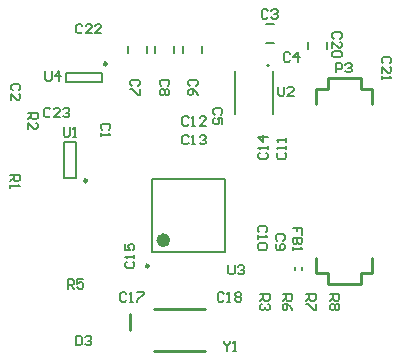
<source format=gto>
G04*
G04 #@! TF.GenerationSoftware,Altium Limited,Altium Designer,19.0.10 (269)*
G04*
G04 Layer_Color=65535*
%FSLAX25Y25*%
%MOIN*%
G70*
G01*
G75*
%ADD10C,0.00984*%
%ADD11C,0.00787*%
%ADD12C,0.02362*%
%ADD13C,0.01000*%
%ADD14C,0.00500*%
%ADD15C,0.00591*%
D10*
X37008Y98130D02*
G03*
X37008Y98130I-492J0D01*
G01*
X50984Y30807D02*
G03*
X50984Y30807I-492J0D01*
G01*
X30413Y59153D02*
G03*
X30413Y59153I-492J0D01*
G01*
D11*
X91142Y97618D02*
G03*
X91142Y97618I-394J0D01*
G01*
X104134Y103150D02*
Y105512D01*
X110433Y103150D02*
Y105512D01*
X23524Y92028D02*
X35335D01*
X23524Y95177D02*
X35335D01*
X23524Y92028D02*
Y95177D01*
X35335Y92028D02*
Y95177D01*
X101969Y29528D02*
Y30315D01*
X99606Y29528D02*
Y30315D01*
X50394Y101870D02*
Y104232D01*
X44094Y101870D02*
Y104232D01*
X68898Y101870D02*
Y104232D01*
X62598Y101870D02*
Y104232D01*
X59449Y101870D02*
Y104232D01*
X53150Y101870D02*
Y104232D01*
X90256Y105118D02*
X92618D01*
X90256Y111417D02*
X92618D01*
X76378Y35433D02*
Y59842D01*
X51968Y35433D02*
Y59842D01*
X76378D01*
X51968Y35433D02*
X76378D01*
X26673Y60138D02*
Y71949D01*
X22736Y60138D02*
Y71949D01*
Y60138D02*
X26673D01*
X22736Y71949D02*
X26673D01*
D12*
X57087Y39370D02*
G03*
X57087Y39370I-1181J0D01*
G01*
D13*
X44705Y9272D02*
Y14783D01*
X52756Y2451D02*
X69685D01*
X52756Y16339D02*
X69685D01*
X110630Y93307D02*
X121653D01*
X106693Y89764D02*
X110630D01*
X121653D02*
Y93307D01*
Y89764D02*
X125591D01*
X110630D02*
Y93307D01*
X121653Y24803D02*
Y28346D01*
X106693D02*
X110630D01*
Y24803D02*
Y28346D01*
X121653D02*
X125591D01*
X110630Y24803D02*
X121653D01*
X125591Y84646D02*
Y89764D01*
X106693Y84646D02*
Y89764D01*
X125591Y28346D02*
Y33465D01*
X106693Y28346D02*
Y33465D01*
D14*
X79606Y81476D02*
Y95886D01*
X92441Y81476D02*
Y95728D01*
D15*
X16535Y95668D02*
Y93045D01*
X17060Y92520D01*
X18110D01*
X18634Y93045D01*
Y95668D01*
X21258Y92520D02*
Y95668D01*
X19684Y94094D01*
X21783D01*
X26673Y7479D02*
Y4331D01*
X28247D01*
X28772Y4856D01*
Y6955D01*
X28247Y7479D01*
X26673D01*
X29822Y6955D02*
X30347Y7479D01*
X31396D01*
X31921Y6955D01*
Y6430D01*
X31396Y5905D01*
X30871D01*
X31396D01*
X31921Y5380D01*
Y4856D01*
X31396Y4331D01*
X30347D01*
X29822Y4856D01*
X18241Y82939D02*
X17716Y83464D01*
X16667D01*
X16142Y82939D01*
Y80840D01*
X16667Y80315D01*
X17716D01*
X18241Y80840D01*
X21389Y80315D02*
X19290D01*
X21389Y82414D01*
Y82939D01*
X20865Y83464D01*
X19815D01*
X19290Y82939D01*
X22439D02*
X22964Y83464D01*
X24013D01*
X24538Y82939D01*
Y82414D01*
X24013Y81889D01*
X23488D01*
X24013D01*
X24538Y81365D01*
Y80840D01*
X24013Y80315D01*
X22964D01*
X22439Y80840D01*
X28908Y110892D02*
X28383Y111416D01*
X27333D01*
X26809Y110892D01*
Y108793D01*
X27333Y108268D01*
X28383D01*
X28908Y108793D01*
X32056Y108268D02*
X29957D01*
X32056Y110367D01*
Y110892D01*
X31532Y111416D01*
X30482D01*
X29957Y110892D01*
X35205Y108268D02*
X33106D01*
X35205Y110367D01*
Y110892D01*
X34680Y111416D01*
X33631D01*
X33106Y110892D01*
X111417Y21260D02*
X114566D01*
Y19685D01*
X114041Y19161D01*
X112992D01*
X112467Y19685D01*
Y21260D01*
Y20210D02*
X111417Y19161D01*
X114041Y18111D02*
X114566Y17586D01*
Y16537D01*
X114041Y16012D01*
X113516D01*
X112992Y16537D01*
X112467Y16012D01*
X111942D01*
X111417Y16537D01*
Y17586D01*
X111942Y18111D01*
X112467D01*
X112992Y17586D01*
X113516Y18111D01*
X114041D01*
X112992Y17586D02*
Y16537D01*
X103543Y21260D02*
X106692D01*
Y19685D01*
X106167Y19161D01*
X105118D01*
X104593Y19685D01*
Y21260D01*
Y20210D02*
X103543Y19161D01*
X106692Y18111D02*
Y16012D01*
X106167D01*
X104068Y18111D01*
X103543D01*
X95669Y21260D02*
X98818D01*
Y19685D01*
X98293Y19161D01*
X97244D01*
X96719Y19685D01*
Y21260D01*
Y20210D02*
X95669Y19161D01*
X98818Y16012D02*
X98293Y17062D01*
X97244Y18111D01*
X96194D01*
X95669Y17586D01*
Y16537D01*
X96194Y16012D01*
X96719D01*
X97244Y16537D01*
Y18111D01*
X24016Y23228D02*
Y26377D01*
X25590D01*
X26115Y25852D01*
Y24803D01*
X25590Y24278D01*
X24016D01*
X25065D02*
X26115Y23228D01*
X29263Y26377D02*
X27164D01*
Y24803D01*
X28214Y25327D01*
X28739D01*
X29263Y24803D01*
Y23753D01*
X28739Y23228D01*
X27689D01*
X27164Y23753D01*
X102164Y41208D02*
Y43307D01*
X100590D01*
Y42258D01*
Y43307D01*
X99016D01*
X102164Y40159D02*
X99016D01*
Y38584D01*
X99540Y38059D01*
X100065D01*
X100590Y38584D01*
Y40159D01*
Y38584D01*
X101115Y38059D01*
X101639D01*
X102164Y38584D01*
Y40159D01*
X99016Y37010D02*
Y35960D01*
Y36485D01*
X102164D01*
X101639Y37010D01*
X131364Y98295D02*
X131889Y98819D01*
Y99869D01*
X131364Y100394D01*
X129265D01*
X128740Y99869D01*
Y98819D01*
X129265Y98295D01*
X128740Y95146D02*
Y97245D01*
X130839Y95146D01*
X131364D01*
X131889Y95671D01*
Y96720D01*
X131364Y97245D01*
X128740Y94096D02*
Y93047D01*
Y93572D01*
X131889D01*
X131364Y94096D01*
X114829Y106562D02*
X115353Y107087D01*
Y108137D01*
X114829Y108661D01*
X112730D01*
X112205Y108137D01*
Y107087D01*
X112730Y106562D01*
X112205Y103414D02*
Y105513D01*
X114304Y103414D01*
X114829D01*
X115353Y103938D01*
Y104988D01*
X114829Y105513D01*
Y102364D02*
X115353Y101839D01*
Y100790D01*
X114829Y100265D01*
X112730D01*
X112205Y100790D01*
Y101839D01*
X112730Y102364D01*
X114829D01*
X76115Y21521D02*
X75590Y22046D01*
X74541D01*
X74016Y21521D01*
Y19422D01*
X74541Y18898D01*
X75590D01*
X76115Y19422D01*
X77164Y18898D02*
X78214D01*
X77689D01*
Y22046D01*
X77164Y21521D01*
X79788D02*
X80313Y22046D01*
X81362D01*
X81887Y21521D01*
Y20997D01*
X81362Y20472D01*
X81887Y19947D01*
Y19422D01*
X81362Y18898D01*
X80313D01*
X79788Y19422D01*
Y19947D01*
X80313Y20472D01*
X79788Y20997D01*
Y21521D01*
X80313Y20472D02*
X81362D01*
X43562Y21521D02*
X43037Y22046D01*
X41987D01*
X41462Y21521D01*
Y19422D01*
X41987Y18898D01*
X43037D01*
X43562Y19422D01*
X44611Y18898D02*
X45661D01*
X45136D01*
Y22046D01*
X44611Y21521D01*
X47235Y22046D02*
X49334D01*
Y21521D01*
X47235Y19422D01*
Y18898D01*
X64304Y73884D02*
X63779Y74408D01*
X62730D01*
X62205Y73884D01*
Y71785D01*
X62730Y71260D01*
X63779D01*
X64304Y71785D01*
X65353Y71260D02*
X66403D01*
X65878D01*
Y74408D01*
X65353Y73884D01*
X67977D02*
X68502Y74408D01*
X69551D01*
X70076Y73884D01*
Y73359D01*
X69551Y72834D01*
X69027D01*
X69551D01*
X70076Y72309D01*
Y71785D01*
X69551Y71260D01*
X68502D01*
X67977Y71785D01*
X77559Y31101D02*
Y28477D01*
X78084Y27953D01*
X79133D01*
X79658Y28477D01*
Y31101D01*
X80708Y30577D02*
X81232Y31101D01*
X82282D01*
X82807Y30577D01*
Y30052D01*
X82282Y29527D01*
X81757D01*
X82282D01*
X82807Y29002D01*
Y28477D01*
X82282Y27953D01*
X81232D01*
X80708Y28477D01*
X22638Y76968D02*
Y74344D01*
X23163Y73819D01*
X24212D01*
X24737Y74344D01*
Y76968D01*
X25786Y73819D02*
X26836D01*
X26311D01*
Y76968D01*
X25786Y76443D01*
X94095Y90550D02*
Y87926D01*
X94619Y87402D01*
X95669D01*
X96194Y87926D01*
Y90550D01*
X99342Y87402D02*
X97243D01*
X99342Y89501D01*
Y90025D01*
X98817Y90550D01*
X97768D01*
X97243Y90025D01*
X88189Y21260D02*
X91338D01*
Y19685D01*
X90813Y19161D01*
X89763D01*
X89239Y19685D01*
Y21260D01*
Y20210D02*
X88189Y19161D01*
X90813Y18111D02*
X91338Y17586D01*
Y16537D01*
X90813Y16012D01*
X90288D01*
X89763Y16537D01*
Y17062D01*
Y16537D01*
X89239Y16012D01*
X88714D01*
X88189Y16537D01*
Y17586D01*
X88714Y18111D01*
X10827Y81693D02*
X13975D01*
Y80119D01*
X13451Y79594D01*
X12401D01*
X11876Y80119D01*
Y81693D01*
Y80643D02*
X10827Y79594D01*
Y76445D02*
Y78544D01*
X12926Y76445D01*
X13451D01*
X13975Y76970D01*
Y78020D01*
X13451Y78544D01*
X43636Y32241D02*
X43111Y31716D01*
Y30666D01*
X43636Y30141D01*
X45735D01*
X46260Y30666D01*
Y31716D01*
X45735Y32241D01*
X46260Y33290D02*
Y34340D01*
Y33815D01*
X43111D01*
X43636Y33290D01*
X43111Y38013D02*
Y35914D01*
X44686D01*
X44161Y36963D01*
Y37488D01*
X44686Y38013D01*
X45735D01*
X46260Y37488D01*
Y36439D01*
X45735Y35914D01*
X88124Y68536D02*
X87599Y68011D01*
Y66962D01*
X88124Y66437D01*
X90223D01*
X90748Y66962D01*
Y68011D01*
X90223Y68536D01*
X90748Y69586D02*
Y70635D01*
Y70110D01*
X87599D01*
X88124Y69586D01*
X90748Y73784D02*
X87599D01*
X89174Y72209D01*
Y74309D01*
X64304Y80183D02*
X63779Y80708D01*
X62730D01*
X62205Y80183D01*
Y78084D01*
X62730Y77559D01*
X63779D01*
X64304Y78084D01*
X65353Y77559D02*
X66403D01*
X65878D01*
Y80708D01*
X65353Y80183D01*
X70076Y77559D02*
X67977D01*
X70076Y79658D01*
Y80183D01*
X69551Y80708D01*
X68502D01*
X67977Y80183D01*
X94227Y68536D02*
X93702Y68011D01*
Y66962D01*
X94227Y66437D01*
X96326D01*
X96850Y66962D01*
Y68011D01*
X96326Y68536D01*
X96850Y69586D02*
Y70635D01*
Y70110D01*
X93702D01*
X94227Y69586D01*
X96850Y72209D02*
Y73259D01*
Y72734D01*
X93702D01*
X94227Y72209D01*
X90025Y41995D02*
X90550Y42520D01*
Y43570D01*
X90025Y44094D01*
X87926D01*
X87402Y43570D01*
Y42520D01*
X87926Y41995D01*
X87402Y40946D02*
Y39896D01*
Y40421D01*
X90550D01*
X90025Y40946D01*
Y38322D02*
X90550Y37797D01*
Y36748D01*
X90025Y36223D01*
X87926D01*
X87402Y36748D01*
Y37797D01*
X87926Y38322D01*
X90025D01*
X95931Y39239D02*
X96456Y39764D01*
Y40814D01*
X95931Y41339D01*
X93832D01*
X93307Y40814D01*
Y39764D01*
X93832Y39239D01*
Y38190D02*
X93307Y37665D01*
Y36616D01*
X93832Y36091D01*
X95931D01*
X96456Y36616D01*
Y37665D01*
X95931Y38190D01*
X95406D01*
X94881Y37665D01*
Y36091D01*
X57348Y90814D02*
X57873Y91339D01*
Y92389D01*
X57348Y92913D01*
X55249D01*
X54724Y92389D01*
Y91339D01*
X55249Y90814D01*
X57348Y89765D02*
X57873Y89240D01*
Y88191D01*
X57348Y87666D01*
X56823D01*
X56299Y88191D01*
X55774Y87666D01*
X55249D01*
X54724Y88191D01*
Y89240D01*
X55249Y89765D01*
X55774D01*
X56299Y89240D01*
X56823Y89765D01*
X57348D01*
X56299Y89240D02*
Y88191D01*
X47506Y90814D02*
X48030Y91339D01*
Y92389D01*
X47506Y92913D01*
X45407D01*
X44882Y92389D01*
Y91339D01*
X45407Y90814D01*
X48030Y89765D02*
Y87666D01*
X47506D01*
X45407Y89765D01*
X44882D01*
X90790Y115868D02*
X90266Y116393D01*
X89216D01*
X88691Y115868D01*
Y113769D01*
X89216Y113244D01*
X90266D01*
X90790Y113769D01*
X91840Y115868D02*
X92365Y116393D01*
X93414D01*
X93939Y115868D01*
Y115343D01*
X93414Y114818D01*
X92889D01*
X93414D01*
X93939Y114294D01*
Y113769D01*
X93414Y113244D01*
X92365D01*
X91840Y113769D01*
X75065Y81169D02*
X75590Y81693D01*
Y82743D01*
X75065Y83268D01*
X72966D01*
X72441Y82743D01*
Y81693D01*
X72966Y81169D01*
X75590Y78020D02*
Y80119D01*
X74015D01*
X74540Y79070D01*
Y78545D01*
X74015Y78020D01*
X72966D01*
X72441Y78545D01*
Y79594D01*
X72966Y80119D01*
X98162Y101443D02*
X97637Y101968D01*
X96588D01*
X96063Y101443D01*
Y99344D01*
X96588Y98819D01*
X97637D01*
X98162Y99344D01*
X100786Y98819D02*
Y101968D01*
X99212Y100393D01*
X101311D01*
X7742Y89288D02*
X8267Y89813D01*
Y90863D01*
X7742Y91387D01*
X5643D01*
X5118Y90863D01*
Y89813D01*
X5643Y89288D01*
X5118Y86140D02*
Y88239D01*
X7217Y86140D01*
X7742D01*
X8267Y86664D01*
Y87714D01*
X7742Y88239D01*
X37663Y76084D02*
X38188Y76609D01*
Y77658D01*
X37663Y78183D01*
X35564D01*
X35039Y77658D01*
Y76609D01*
X35564Y76084D01*
X35039Y75034D02*
Y73985D01*
Y74509D01*
X38188D01*
X37663Y75034D01*
X113386Y95276D02*
Y98424D01*
X114960D01*
X115485Y97899D01*
Y96850D01*
X114960Y96325D01*
X113386D01*
X116534Y97899D02*
X117059Y98424D01*
X118109D01*
X118633Y97899D01*
Y97375D01*
X118109Y96850D01*
X117584D01*
X118109D01*
X118633Y96325D01*
Y95800D01*
X118109Y95276D01*
X117059D01*
X116534Y95800D01*
X4921Y61024D02*
X8070D01*
Y59449D01*
X7545Y58925D01*
X6496D01*
X5971Y59449D01*
Y61024D01*
Y59974D02*
X4921Y58925D01*
Y57875D02*
Y56826D01*
Y57350D01*
X8070D01*
X7545Y57875D01*
X66797Y90814D02*
X67322Y91339D01*
Y92389D01*
X66797Y92913D01*
X64698D01*
X64173Y92389D01*
Y91339D01*
X64698Y90814D01*
X67322Y87666D02*
X66797Y88715D01*
X65747Y89765D01*
X64698D01*
X64173Y89240D01*
Y88191D01*
X64698Y87666D01*
X65223D01*
X65747Y88191D01*
Y89765D01*
X75984Y5600D02*
Y5075D01*
X77034Y4026D01*
X78083Y5075D01*
Y5600D01*
X77034Y4026D02*
Y2451D01*
X79133D02*
X80182D01*
X79658D01*
Y5600D01*
X79133Y5075D01*
M02*

</source>
